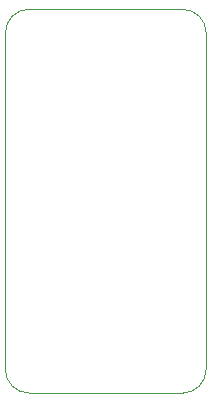
<source format=gbr>
%TF.GenerationSoftware,KiCad,Pcbnew,8.0.6*%
%TF.CreationDate,2024-12-27T21:34:25-08:00*%
%TF.ProjectId,PIC32Flex,50494333-3246-46c6-9578-2e6b69636164,rev?*%
%TF.SameCoordinates,Original*%
%TF.FileFunction,Profile,NP*%
%FSLAX46Y46*%
G04 Gerber Fmt 4.6, Leading zero omitted, Abs format (unit mm)*
G04 Created by KiCad (PCBNEW 8.0.6) date 2024-12-27 21:34:25*
%MOMM*%
%LPD*%
G01*
G04 APERTURE LIST*
%TA.AperFunction,Profile*%
%ADD10C,0.050000*%
%TD*%
G04 APERTURE END LIST*
D10*
X97849800Y-71697600D02*
G75*
G02*
X99849800Y-69697600I2000000J0D01*
G01*
X114849800Y-71697600D02*
X114849800Y-100197600D01*
X99849800Y-69697600D02*
X112849800Y-69697600D01*
X97849800Y-100197600D02*
X97849800Y-71697600D01*
X99849800Y-102197600D02*
G75*
G02*
X97849800Y-100197600I0J2000000D01*
G01*
X114849800Y-100197600D02*
G75*
G02*
X112849800Y-102197600I-2000000J0D01*
G01*
X112849800Y-102197600D02*
X99849800Y-102197600D01*
X112849800Y-69697600D02*
G75*
G02*
X114849800Y-71697600I0J-2000000D01*
G01*
M02*

</source>
